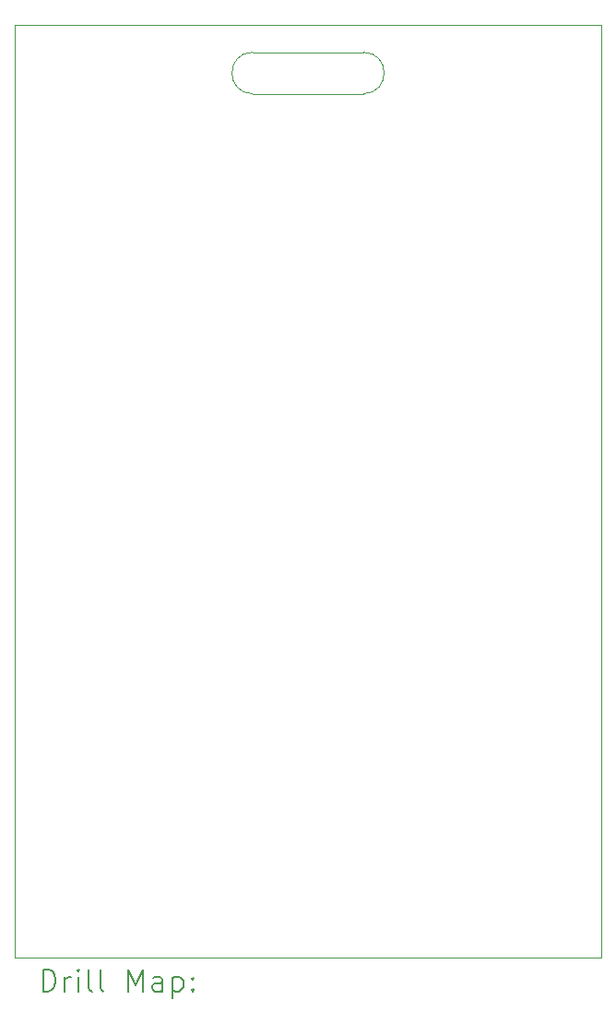
<source format=gbr>
%TF.GenerationSoftware,KiCad,Pcbnew,8.0.3*%
%TF.CreationDate,2024-07-07T15:03:49+03:00*%
%TF.ProjectId,Test,54657374-2e6b-4696-9361-645f70636258,v01*%
%TF.SameCoordinates,Original*%
%TF.FileFunction,Drillmap*%
%TF.FilePolarity,Positive*%
%FSLAX45Y45*%
G04 Gerber Fmt 4.5, Leading zero omitted, Abs format (unit mm)*
G04 Created by KiCad (PCBNEW 8.0.3) date 2024-07-07 15:03:49*
%MOMM*%
%LPD*%
G01*
G04 APERTURE LIST*
%ADD10C,0.025400*%
%ADD11C,0.200000*%
G04 APERTURE END LIST*
D10*
X14884400Y-4775200D02*
G75*
G02*
X14884400Y-4394200I0J190500D01*
G01*
X14884400Y-4394200D02*
X15900400Y-4394200D01*
X18084800Y-12700000D02*
X18084800Y-4140200D01*
X14884400Y-4775200D02*
X15900400Y-4775200D01*
X12700000Y-4140200D02*
X12700000Y-12700000D01*
X15900400Y-4394200D02*
G75*
G02*
X15900400Y-4775200I0J-190500D01*
G01*
X12700000Y-12700000D02*
X18084800Y-12700000D01*
X18084800Y-4140200D02*
X12700000Y-4140200D01*
D11*
X12959507Y-13012754D02*
X12959507Y-12812754D01*
X12959507Y-12812754D02*
X13007126Y-12812754D01*
X13007126Y-12812754D02*
X13035697Y-12822278D01*
X13035697Y-12822278D02*
X13054745Y-12841325D01*
X13054745Y-12841325D02*
X13064269Y-12860373D01*
X13064269Y-12860373D02*
X13073792Y-12898468D01*
X13073792Y-12898468D02*
X13073792Y-12927039D01*
X13073792Y-12927039D02*
X13064269Y-12965135D01*
X13064269Y-12965135D02*
X13054745Y-12984182D01*
X13054745Y-12984182D02*
X13035697Y-13003230D01*
X13035697Y-13003230D02*
X13007126Y-13012754D01*
X13007126Y-13012754D02*
X12959507Y-13012754D01*
X13159507Y-13012754D02*
X13159507Y-12879420D01*
X13159507Y-12917516D02*
X13169031Y-12898468D01*
X13169031Y-12898468D02*
X13178554Y-12888944D01*
X13178554Y-12888944D02*
X13197602Y-12879420D01*
X13197602Y-12879420D02*
X13216650Y-12879420D01*
X13283316Y-13012754D02*
X13283316Y-12879420D01*
X13283316Y-12812754D02*
X13273792Y-12822278D01*
X13273792Y-12822278D02*
X13283316Y-12831801D01*
X13283316Y-12831801D02*
X13292840Y-12822278D01*
X13292840Y-12822278D02*
X13283316Y-12812754D01*
X13283316Y-12812754D02*
X13283316Y-12831801D01*
X13407126Y-13012754D02*
X13388078Y-13003230D01*
X13388078Y-13003230D02*
X13378554Y-12984182D01*
X13378554Y-12984182D02*
X13378554Y-12812754D01*
X13511888Y-13012754D02*
X13492840Y-13003230D01*
X13492840Y-13003230D02*
X13483316Y-12984182D01*
X13483316Y-12984182D02*
X13483316Y-12812754D01*
X13740459Y-13012754D02*
X13740459Y-12812754D01*
X13740459Y-12812754D02*
X13807126Y-12955611D01*
X13807126Y-12955611D02*
X13873792Y-12812754D01*
X13873792Y-12812754D02*
X13873792Y-13012754D01*
X14054745Y-13012754D02*
X14054745Y-12907992D01*
X14054745Y-12907992D02*
X14045221Y-12888944D01*
X14045221Y-12888944D02*
X14026173Y-12879420D01*
X14026173Y-12879420D02*
X13988078Y-12879420D01*
X13988078Y-12879420D02*
X13969031Y-12888944D01*
X14054745Y-13003230D02*
X14035697Y-13012754D01*
X14035697Y-13012754D02*
X13988078Y-13012754D01*
X13988078Y-13012754D02*
X13969031Y-13003230D01*
X13969031Y-13003230D02*
X13959507Y-12984182D01*
X13959507Y-12984182D02*
X13959507Y-12965135D01*
X13959507Y-12965135D02*
X13969031Y-12946087D01*
X13969031Y-12946087D02*
X13988078Y-12936563D01*
X13988078Y-12936563D02*
X14035697Y-12936563D01*
X14035697Y-12936563D02*
X14054745Y-12927039D01*
X14149983Y-12879420D02*
X14149983Y-13079420D01*
X14149983Y-12888944D02*
X14169031Y-12879420D01*
X14169031Y-12879420D02*
X14207126Y-12879420D01*
X14207126Y-12879420D02*
X14226173Y-12888944D01*
X14226173Y-12888944D02*
X14235697Y-12898468D01*
X14235697Y-12898468D02*
X14245221Y-12917516D01*
X14245221Y-12917516D02*
X14245221Y-12974658D01*
X14245221Y-12974658D02*
X14235697Y-12993706D01*
X14235697Y-12993706D02*
X14226173Y-13003230D01*
X14226173Y-13003230D02*
X14207126Y-13012754D01*
X14207126Y-13012754D02*
X14169031Y-13012754D01*
X14169031Y-13012754D02*
X14149983Y-13003230D01*
X14330935Y-12993706D02*
X14340459Y-13003230D01*
X14340459Y-13003230D02*
X14330935Y-13012754D01*
X14330935Y-13012754D02*
X14321412Y-13003230D01*
X14321412Y-13003230D02*
X14330935Y-12993706D01*
X14330935Y-12993706D02*
X14330935Y-13012754D01*
X14330935Y-12888944D02*
X14340459Y-12898468D01*
X14340459Y-12898468D02*
X14330935Y-12907992D01*
X14330935Y-12907992D02*
X14321412Y-12898468D01*
X14321412Y-12898468D02*
X14330935Y-12888944D01*
X14330935Y-12888944D02*
X14330935Y-12907992D01*
M02*

</source>
